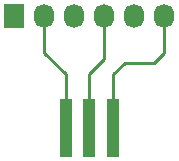
<source format=gbr>
G04 #@! TF.FileFunction,Copper,L1,Top,Signal*
%FSLAX46Y46*%
G04 Gerber Fmt 4.6, Leading zero omitted, Abs format (unit mm)*
G04 Created by KiCad (PCBNEW 4.0.2-stable) date 21/05/2016 17:12:47*
%MOMM*%
G01*
G04 APERTURE LIST*
%ADD10C,0.100000*%
%ADD11R,1.000000X5.000000*%
%ADD12R,1.727200X2.032000*%
%ADD13O,1.727200X2.032000*%
%ADD14C,0.250000*%
G04 APERTURE END LIST*
D10*
D11*
X23250000Y-28250000D03*
X25250000Y-28250000D03*
X21250000Y-28250000D03*
D12*
X16900000Y-18800000D03*
D13*
X19440000Y-18800000D03*
X21980000Y-18800000D03*
X24520000Y-18800000D03*
X27060000Y-18800000D03*
X29600000Y-18800000D03*
D14*
X24520000Y-18800000D02*
X24520000Y-22480000D01*
X23250000Y-23750000D02*
X23250000Y-28250000D01*
X24520000Y-22480000D02*
X23250000Y-23750000D01*
X29600000Y-18800000D02*
X29600000Y-21900000D01*
X25250000Y-23750000D02*
X25250000Y-28250000D01*
X26250000Y-22750000D02*
X25250000Y-23750000D01*
X28750000Y-22750000D02*
X26250000Y-22750000D01*
X29600000Y-21900000D02*
X28750000Y-22750000D01*
X19440000Y-18800000D02*
X19440000Y-21940000D01*
X21250000Y-23750000D02*
X21250000Y-28250000D01*
X19440000Y-21940000D02*
X21250000Y-23750000D01*
M02*

</source>
